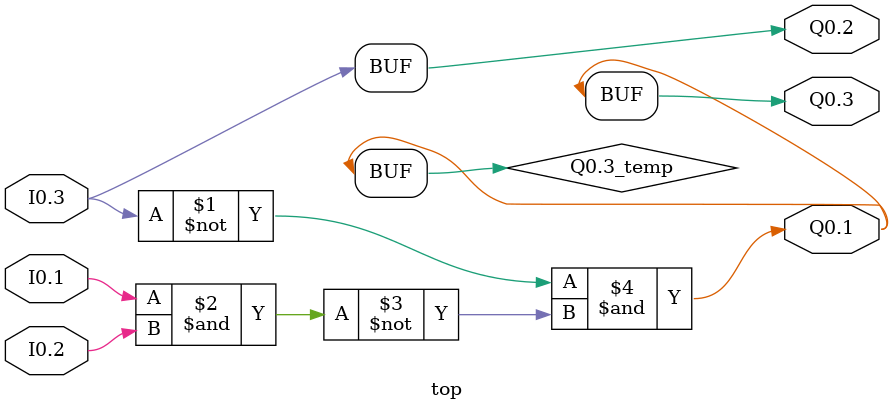
<source format=v>
/*
 * Generated by Digital. Don't modify this file!
 * Any changes will be lost if this file is regenerated.
 */

module top (
  input \I0.1 ,
  input \I0.2 ,
  input \I0.3 ,
  output \Q0.1 ,
  output \Q0.2 ,
  output \Q0.3 
);
  wire \Q0.3_temp ;
  assign \Q0.3_temp  = (~ \I0.3  & ~ (\I0.1  & \I0.2 ));
  assign \Q0.1  = \Q0.3_temp ;
  assign \Q0.2  = \I0.3 ;
  assign \Q0.3  = \Q0.3_temp ;
endmodule

</source>
